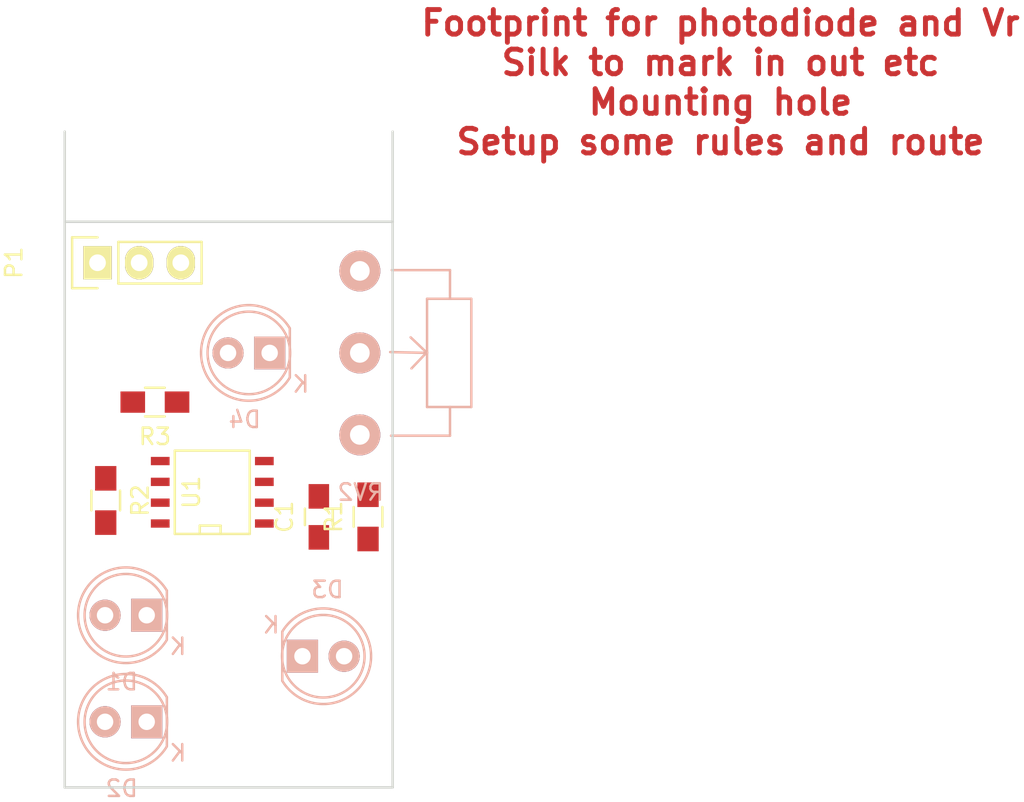
<source format=kicad_pcb>
(kicad_pcb (version 4) (host pcbnew 4.0.4-stable)

  (general
    (links 22)
    (no_connects 22)
    (area 149.5 111 188.930393 133.55)
    (thickness 1.6)
    (drawings 5)
    (tracks 0)
    (zones 0)
    (modules 11)
    (nets 9)
  )

  (page A4)
  (layers
    (0 F.Cu signal)
    (31 B.Cu signal)
    (32 B.Adhes user)
    (33 F.Adhes user)
    (34 B.Paste user)
    (35 F.Paste user)
    (36 B.SilkS user)
    (37 F.SilkS user)
    (38 B.Mask user)
    (39 F.Mask user)
    (40 Dwgs.User user)
    (41 Cmts.User user)
    (42 Eco1.User user)
    (43 Eco2.User user)
    (44 Edge.Cuts user)
    (45 Margin user)
    (46 B.CrtYd user)
    (47 F.CrtYd user)
    (48 B.Fab user)
    (49 F.Fab user)
  )

  (setup
    (last_trace_width 0.25)
    (trace_clearance 0.2)
    (zone_clearance 0.508)
    (zone_45_only no)
    (trace_min 0.2)
    (segment_width 0.2)
    (edge_width 0.15)
    (via_size 0.6)
    (via_drill 0.4)
    (via_min_size 0.4)
    (via_min_drill 0.3)
    (uvia_size 0.3)
    (uvia_drill 0.1)
    (uvias_allowed no)
    (uvia_min_size 0.2)
    (uvia_min_drill 0.1)
    (pcb_text_width 0.3)
    (pcb_text_size 1.5 1.5)
    (mod_edge_width 0.15)
    (mod_text_size 1 1)
    (mod_text_width 0.15)
    (pad_size 1.524 1.524)
    (pad_drill 0.762)
    (pad_to_mask_clearance 0.2)
    (aux_axis_origin 0 0)
    (visible_elements 7FFFEFFF)
    (pcbplotparams
      (layerselection 0x00030_80000001)
      (usegerberextensions false)
      (excludeedgelayer true)
      (linewidth 0.100000)
      (plotframeref false)
      (viasonmask false)
      (mode 1)
      (useauxorigin false)
      (hpglpennumber 1)
      (hpglpenspeed 20)
      (hpglpendiameter 15)
      (hpglpenoverlay 2)
      (psnegative false)
      (psa4output false)
      (plotreference true)
      (plotvalue true)
      (plotinvisibletext false)
      (padsonsilk false)
      (subtractmaskfromsilk false)
      (outputformat 1)
      (mirror false)
      (drillshape 1)
      (scaleselection 1)
      (outputdirectory ""))
  )

  (net 0 "")
  (net 1 "Net-(C1-Pad1)")
  (net 2 "Net-(C1-Pad2)")
  (net 3 "Net-(D1-Pad1)")
  (net 4 +3V3)
  (net 5 GND)
  (net 6 "Net-(D4-Pad2)")
  (net 7 "Net-(P1-Pad2)")
  (net 8 "Net-(RV2-Pad2)")

  (net_class Default "This is the default net class."
    (clearance 0.2)
    (trace_width 0.25)
    (via_dia 0.6)
    (via_drill 0.4)
    (uvia_dia 0.3)
    (uvia_drill 0.1)
    (add_net +3V3)
    (add_net GND)
    (add_net "Net-(C1-Pad1)")
    (add_net "Net-(C1-Pad2)")
    (add_net "Net-(D1-Pad1)")
    (add_net "Net-(D4-Pad2)")
    (add_net "Net-(P1-Pad2)")
    (add_net "Net-(RV2-Pad2)")
  )

  (module Capacitors_SMD:C_0805_HandSoldering (layer F.Cu) (tedit 541A9B8D) (tstamp 57FA7F45)
    (at 99.5 117.5 90)
    (descr "Capacitor SMD 0805, hand soldering")
    (tags "capacitor 0805")
    (path /57F9FDB2)
    (attr smd)
    (fp_text reference C1 (at 0 -2.1 90) (layer F.SilkS)
      (effects (font (size 1 1) (thickness 0.15)))
    )
    (fp_text value 10n (at 0 2.1 90) (layer F.Fab)
      (effects (font (size 1 1) (thickness 0.15)))
    )
    (fp_line (start -1 0.625) (end -1 -0.625) (layer F.Fab) (width 0.15))
    (fp_line (start 1 0.625) (end -1 0.625) (layer F.Fab) (width 0.15))
    (fp_line (start 1 -0.625) (end 1 0.625) (layer F.Fab) (width 0.15))
    (fp_line (start -1 -0.625) (end 1 -0.625) (layer F.Fab) (width 0.15))
    (fp_line (start -2.3 -1) (end 2.3 -1) (layer F.CrtYd) (width 0.05))
    (fp_line (start -2.3 1) (end 2.3 1) (layer F.CrtYd) (width 0.05))
    (fp_line (start -2.3 -1) (end -2.3 1) (layer F.CrtYd) (width 0.05))
    (fp_line (start 2.3 -1) (end 2.3 1) (layer F.CrtYd) (width 0.05))
    (fp_line (start 0.5 -0.85) (end -0.5 -0.85) (layer F.SilkS) (width 0.15))
    (fp_line (start -0.5 0.85) (end 0.5 0.85) (layer F.SilkS) (width 0.15))
    (pad 1 smd rect (at -1.25 0 90) (size 1.5 1.25) (layers F.Cu F.Paste F.Mask)
      (net 1 "Net-(C1-Pad1)"))
    (pad 2 smd rect (at 1.25 0 90) (size 1.5 1.25) (layers F.Cu F.Paste F.Mask)
      (net 2 "Net-(C1-Pad2)"))
    (model Capacitors_SMD.3dshapes/C_0805_HandSoldering.wrl
      (at (xyz 0 0 0))
      (scale (xyz 1 1 1))
      (rotate (xyz 0 0 0))
    )
  )

  (module LEDs:LED-5MM (layer B.Cu) (tedit 5570F7EA) (tstamp 57FA7F4B)
    (at 89 123.5 180)
    (descr "LED 5mm round vertical")
    (tags "LED 5mm round vertical")
    (path /57F8EDCE)
    (fp_text reference D1 (at 1.524 -4.064 180) (layer B.SilkS)
      (effects (font (size 1 1) (thickness 0.15)) (justify mirror))
    )
    (fp_text value LED (at 1.524 3.937 180) (layer B.Fab)
      (effects (font (size 1 1) (thickness 0.15)) (justify mirror))
    )
    (fp_line (start -1.5 1.55) (end -1.5 -1.55) (layer B.CrtYd) (width 0.05))
    (fp_arc (start 1.3 0) (end -1.5 -1.55) (angle 302) (layer B.CrtYd) (width 0.05))
    (fp_arc (start 1.27 0) (end -1.23 1.5) (angle -297.5) (layer B.SilkS) (width 0.15))
    (fp_line (start -1.23 -1.5) (end -1.23 1.5) (layer B.SilkS) (width 0.15))
    (fp_circle (center 1.27 0) (end 0.97 2.5) (layer B.SilkS) (width 0.15))
    (fp_text user K (at -1.905 -1.905 180) (layer B.SilkS)
      (effects (font (size 1 1) (thickness 0.15)) (justify mirror))
    )
    (pad 1 thru_hole rect (at 0 0 90) (size 2 1.9) (drill 1.00076) (layers *.Cu *.Mask B.SilkS)
      (net 3 "Net-(D1-Pad1)"))
    (pad 2 thru_hole circle (at 2.54 0 180) (size 1.9 1.9) (drill 1.00076) (layers *.Cu *.Mask B.SilkS)
      (net 4 +3V3))
    (model LEDs.3dshapes/LED-5MM.wrl
      (at (xyz 0.05 0 0))
      (scale (xyz 1 1 1))
      (rotate (xyz 0 0 90))
    )
  )

  (module LEDs:LED-5MM (layer B.Cu) (tedit 5570F7EA) (tstamp 57FA7F51)
    (at 89 130 180)
    (descr "LED 5mm round vertical")
    (tags "LED 5mm round vertical")
    (path /57F8EE49)
    (fp_text reference D2 (at 1.524 -4.064 180) (layer B.SilkS)
      (effects (font (size 1 1) (thickness 0.15)) (justify mirror))
    )
    (fp_text value LED (at 1.524 3.937 180) (layer B.Fab)
      (effects (font (size 1 1) (thickness 0.15)) (justify mirror))
    )
    (fp_line (start -1.5 1.55) (end -1.5 -1.55) (layer B.CrtYd) (width 0.05))
    (fp_arc (start 1.3 0) (end -1.5 -1.55) (angle 302) (layer B.CrtYd) (width 0.05))
    (fp_arc (start 1.27 0) (end -1.23 1.5) (angle -297.5) (layer B.SilkS) (width 0.15))
    (fp_line (start -1.23 -1.5) (end -1.23 1.5) (layer B.SilkS) (width 0.15))
    (fp_circle (center 1.27 0) (end 0.97 2.5) (layer B.SilkS) (width 0.15))
    (fp_text user K (at -1.905 -1.905 180) (layer B.SilkS)
      (effects (font (size 1 1) (thickness 0.15)) (justify mirror))
    )
    (pad 1 thru_hole rect (at 0 0 90) (size 2 1.9) (drill 1.00076) (layers *.Cu *.Mask B.SilkS)
      (net 5 GND))
    (pad 2 thru_hole circle (at 2.54 0 180) (size 1.9 1.9) (drill 1.00076) (layers *.Cu *.Mask B.SilkS)
      (net 3 "Net-(D1-Pad1)"))
    (model LEDs.3dshapes/LED-5MM.wrl
      (at (xyz 0.05 0 0))
      (scale (xyz 1 1 1))
      (rotate (xyz 0 0 90))
    )
  )

  (module LEDs:LED-5MM (layer B.Cu) (tedit 5570F7EA) (tstamp 57FA7F57)
    (at 98.5 126)
    (descr "LED 5mm round vertical")
    (tags "LED 5mm round vertical")
    (path /57F91048)
    (fp_text reference D3 (at 1.524 -4.064) (layer B.SilkS)
      (effects (font (size 1 1) (thickness 0.15)) (justify mirror))
    )
    (fp_text value LED (at 1.524 3.937) (layer B.Fab)
      (effects (font (size 1 1) (thickness 0.15)) (justify mirror))
    )
    (fp_line (start -1.5 1.55) (end -1.5 -1.55) (layer B.CrtYd) (width 0.05))
    (fp_arc (start 1.3 0) (end -1.5 -1.55) (angle 302) (layer B.CrtYd) (width 0.05))
    (fp_arc (start 1.27 0) (end -1.23 1.5) (angle -297.5) (layer B.SilkS) (width 0.15))
    (fp_line (start -1.23 -1.5) (end -1.23 1.5) (layer B.SilkS) (width 0.15))
    (fp_circle (center 1.27 0) (end 0.97 2.5) (layer B.SilkS) (width 0.15))
    (fp_text user K (at -1.905 -1.905) (layer B.SilkS)
      (effects (font (size 1 1) (thickness 0.15)) (justify mirror))
    )
    (pad 1 thru_hole rect (at 0 0 270) (size 2 1.9) (drill 1.00076) (layers *.Cu *.Mask B.SilkS)
      (net 2 "Net-(C1-Pad2)"))
    (pad 2 thru_hole circle (at 2.54 0) (size 1.9 1.9) (drill 1.00076) (layers *.Cu *.Mask B.SilkS)
      (net 5 GND))
    (model LEDs.3dshapes/LED-5MM.wrl
      (at (xyz 0.05 0 0))
      (scale (xyz 1 1 1))
      (rotate (xyz 0 0 90))
    )
  )

  (module LEDs:LED-5MM (layer B.Cu) (tedit 5570F7EA) (tstamp 57FA7F5D)
    (at 96.5 107.5 180)
    (descr "LED 5mm round vertical")
    (tags "LED 5mm round vertical")
    (path /57FA69F8)
    (fp_text reference D4 (at 1.524 -4.064 180) (layer B.SilkS)
      (effects (font (size 1 1) (thickness 0.15)) (justify mirror))
    )
    (fp_text value LED (at 1.524 3.937 180) (layer B.Fab)
      (effects (font (size 1 1) (thickness 0.15)) (justify mirror))
    )
    (fp_line (start -1.5 1.55) (end -1.5 -1.55) (layer B.CrtYd) (width 0.05))
    (fp_arc (start 1.3 0) (end -1.5 -1.55) (angle 302) (layer B.CrtYd) (width 0.05))
    (fp_arc (start 1.27 0) (end -1.23 1.5) (angle -297.5) (layer B.SilkS) (width 0.15))
    (fp_line (start -1.23 -1.5) (end -1.23 1.5) (layer B.SilkS) (width 0.15))
    (fp_circle (center 1.27 0) (end 0.97 2.5) (layer B.SilkS) (width 0.15))
    (fp_text user K (at -1.905 -1.905 180) (layer B.SilkS)
      (effects (font (size 1 1) (thickness 0.15)) (justify mirror))
    )
    (pad 1 thru_hole rect (at 0 0 90) (size 2 1.9) (drill 1.00076) (layers *.Cu *.Mask B.SilkS)
      (net 5 GND))
    (pad 2 thru_hole circle (at 2.54 0 180) (size 1.9 1.9) (drill 1.00076) (layers *.Cu *.Mask B.SilkS)
      (net 6 "Net-(D4-Pad2)"))
    (model LEDs.3dshapes/LED-5MM.wrl
      (at (xyz 0.05 0 0))
      (scale (xyz 1 1 1))
      (rotate (xyz 0 0 90))
    )
  )

  (module Pin_Headers:Pin_Header_Straight_1x03 (layer F.Cu) (tedit 0) (tstamp 57FA7F64)
    (at 86 102 90)
    (descr "Through hole pin header")
    (tags "pin header")
    (path /57FA7DA4)
    (fp_text reference P1 (at 0 -5.1 90) (layer F.SilkS)
      (effects (font (size 1 1) (thickness 0.15)))
    )
    (fp_text value CONN_01X03 (at 0 -3.1 90) (layer F.Fab)
      (effects (font (size 1 1) (thickness 0.15)))
    )
    (fp_line (start -1.75 -1.75) (end -1.75 6.85) (layer F.CrtYd) (width 0.05))
    (fp_line (start 1.75 -1.75) (end 1.75 6.85) (layer F.CrtYd) (width 0.05))
    (fp_line (start -1.75 -1.75) (end 1.75 -1.75) (layer F.CrtYd) (width 0.05))
    (fp_line (start -1.75 6.85) (end 1.75 6.85) (layer F.CrtYd) (width 0.05))
    (fp_line (start -1.27 1.27) (end -1.27 6.35) (layer F.SilkS) (width 0.15))
    (fp_line (start -1.27 6.35) (end 1.27 6.35) (layer F.SilkS) (width 0.15))
    (fp_line (start 1.27 6.35) (end 1.27 1.27) (layer F.SilkS) (width 0.15))
    (fp_line (start 1.55 -1.55) (end 1.55 0) (layer F.SilkS) (width 0.15))
    (fp_line (start 1.27 1.27) (end -1.27 1.27) (layer F.SilkS) (width 0.15))
    (fp_line (start -1.55 0) (end -1.55 -1.55) (layer F.SilkS) (width 0.15))
    (fp_line (start -1.55 -1.55) (end 1.55 -1.55) (layer F.SilkS) (width 0.15))
    (pad 1 thru_hole rect (at 0 0 90) (size 2.032 1.7272) (drill 1.016) (layers *.Cu *.Mask F.SilkS)
      (net 4 +3V3))
    (pad 2 thru_hole oval (at 0 2.54 90) (size 2.032 1.7272) (drill 1.016) (layers *.Cu *.Mask F.SilkS)
      (net 7 "Net-(P1-Pad2)"))
    (pad 3 thru_hole oval (at 0 5.08 90) (size 2.032 1.7272) (drill 1.016) (layers *.Cu *.Mask F.SilkS)
      (net 5 GND))
    (model Pin_Headers.3dshapes/Pin_Header_Straight_1x03.wrl
      (at (xyz 0 -0.1 0))
      (scale (xyz 1 1 1))
      (rotate (xyz 0 0 90))
    )
  )

  (module Resistors_SMD:R_0805_HandSoldering (layer F.Cu) (tedit 54189DEE) (tstamp 57FA7F6A)
    (at 102.5 117.5 90)
    (descr "Resistor SMD 0805, hand soldering")
    (tags "resistor 0805")
    (path /57F8EFCD)
    (attr smd)
    (fp_text reference R1 (at 0 -2.1 90) (layer F.SilkS)
      (effects (font (size 1 1) (thickness 0.15)))
    )
    (fp_text value 100k (at 0 2.1 90) (layer F.Fab)
      (effects (font (size 1 1) (thickness 0.15)))
    )
    (fp_line (start -2.4 -1) (end 2.4 -1) (layer F.CrtYd) (width 0.05))
    (fp_line (start -2.4 1) (end 2.4 1) (layer F.CrtYd) (width 0.05))
    (fp_line (start -2.4 -1) (end -2.4 1) (layer F.CrtYd) (width 0.05))
    (fp_line (start 2.4 -1) (end 2.4 1) (layer F.CrtYd) (width 0.05))
    (fp_line (start 0.6 0.875) (end -0.6 0.875) (layer F.SilkS) (width 0.15))
    (fp_line (start -0.6 -0.875) (end 0.6 -0.875) (layer F.SilkS) (width 0.15))
    (pad 1 smd rect (at -1.35 0 90) (size 1.5 1.3) (layers F.Cu F.Paste F.Mask)
      (net 1 "Net-(C1-Pad1)"))
    (pad 2 smd rect (at 1.35 0 90) (size 1.5 1.3) (layers F.Cu F.Paste F.Mask)
      (net 2 "Net-(C1-Pad2)"))
    (model Resistors_SMD.3dshapes/R_0805_HandSoldering.wrl
      (at (xyz 0 0 0))
      (scale (xyz 1 1 1))
      (rotate (xyz 0 0 0))
    )
  )

  (module Resistors_SMD:R_0805_HandSoldering (layer F.Cu) (tedit 54189DEE) (tstamp 57FA7F70)
    (at 86.5 116.5 270)
    (descr "Resistor SMD 0805, hand soldering")
    (tags "resistor 0805")
    (path /57FA7AC0)
    (attr smd)
    (fp_text reference R2 (at 0 -2.1 270) (layer F.SilkS)
      (effects (font (size 1 1) (thickness 0.15)))
    )
    (fp_text value 100K (at 0 2.1 270) (layer F.Fab)
      (effects (font (size 1 1) (thickness 0.15)))
    )
    (fp_line (start -2.4 -1) (end 2.4 -1) (layer F.CrtYd) (width 0.05))
    (fp_line (start -2.4 1) (end 2.4 1) (layer F.CrtYd) (width 0.05))
    (fp_line (start -2.4 -1) (end -2.4 1) (layer F.CrtYd) (width 0.05))
    (fp_line (start 2.4 -1) (end 2.4 1) (layer F.CrtYd) (width 0.05))
    (fp_line (start 0.6 0.875) (end -0.6 0.875) (layer F.SilkS) (width 0.15))
    (fp_line (start -0.6 -0.875) (end 0.6 -0.875) (layer F.SilkS) (width 0.15))
    (pad 1 smd rect (at -1.35 0 270) (size 1.5 1.3) (layers F.Cu F.Paste F.Mask)
      (net 7 "Net-(P1-Pad2)"))
    (pad 2 smd rect (at 1.35 0 270) (size 1.5 1.3) (layers F.Cu F.Paste F.Mask)
      (net 4 +3V3))
    (model Resistors_SMD.3dshapes/R_0805_HandSoldering.wrl
      (at (xyz 0 0 0))
      (scale (xyz 1 1 1))
      (rotate (xyz 0 0 0))
    )
  )

  (module Resistors_SMD:R_0805_HandSoldering (layer F.Cu) (tedit 54189DEE) (tstamp 57FA7F76)
    (at 89.5 110.5 180)
    (descr "Resistor SMD 0805, hand soldering")
    (tags "resistor 0805")
    (path /57FA6A5F)
    (attr smd)
    (fp_text reference R3 (at 0 -2.1 180) (layer F.SilkS)
      (effects (font (size 1 1) (thickness 0.15)))
    )
    (fp_text value 220R (at 0 2.1 180) (layer F.Fab)
      (effects (font (size 1 1) (thickness 0.15)))
    )
    (fp_line (start -2.4 -1) (end 2.4 -1) (layer F.CrtYd) (width 0.05))
    (fp_line (start -2.4 1) (end 2.4 1) (layer F.CrtYd) (width 0.05))
    (fp_line (start -2.4 -1) (end -2.4 1) (layer F.CrtYd) (width 0.05))
    (fp_line (start 2.4 -1) (end 2.4 1) (layer F.CrtYd) (width 0.05))
    (fp_line (start 0.6 0.875) (end -0.6 0.875) (layer F.SilkS) (width 0.15))
    (fp_line (start -0.6 -0.875) (end 0.6 -0.875) (layer F.SilkS) (width 0.15))
    (pad 1 smd rect (at -1.35 0 180) (size 1.5 1.3) (layers F.Cu F.Paste F.Mask)
      (net 6 "Net-(D4-Pad2)"))
    (pad 2 smd rect (at 1.35 0 180) (size 1.5 1.3) (layers F.Cu F.Paste F.Mask)
      (net 7 "Net-(P1-Pad2)"))
    (model Resistors_SMD.3dshapes/R_0805_HandSoldering.wrl
      (at (xyz 0 0 0))
      (scale (xyz 1 1 1))
      (rotate (xyz 0 0 0))
    )
  )

  (module Potentiometers:Potentiometer_WirePads_largePads (layer B.Cu) (tedit 5446FD75) (tstamp 57FA7F7D)
    (at 102 112.5)
    (descr "Potentiometer, Wire Pads only, RevA, 30 July 2010,")
    (tags "Potentiometer, Wire Pads only, RevA, 30 July 2010,")
    (path /57FA6825)
    (fp_text reference RV2 (at 0.0508 3.49758) (layer B.SilkS)
      (effects (font (size 1 1) (thickness 0.15)) (justify mirror))
    )
    (fp_text value POT (at -1.34874 -13.25118) (layer B.Fab)
      (effects (font (size 1 1) (thickness 0.15)) (justify mirror))
    )
    (fp_line (start 5.4991 -10.05078) (end 1.95072 -10.05078) (layer B.SilkS) (width 0.15))
    (fp_line (start 5.4991 -8.30072) (end 5.4991 -10.05078) (layer B.SilkS) (width 0.15))
    (fp_line (start 5.4991 -1.7018) (end 5.4991 0.04826) (layer B.SilkS) (width 0.15))
    (fp_line (start 5.4991 0.04826) (end 1.89992 0.04826) (layer B.SilkS) (width 0.15))
    (fp_line (start 4.09956 -5.00126) (end 1.84912 -5.05206) (layer B.SilkS) (width 0.15))
    (fp_line (start 4.09956 -5.00126) (end 3.0988 -5.95122) (layer B.SilkS) (width 0.15))
    (fp_line (start 4.09956 -5.05206) (end 3.1496 -4.0513) (layer B.SilkS) (width 0.15))
    (fp_line (start 4.09956 -1.7018) (end 6.79958 -1.7018) (layer B.SilkS) (width 0.15))
    (fp_line (start 6.79958 -1.7018) (end 6.79958 -8.30072) (layer B.SilkS) (width 0.15))
    (fp_line (start 6.79958 -8.30072) (end 4.09956 -8.30072) (layer B.SilkS) (width 0.15))
    (fp_line (start 4.09956 -8.30072) (end 4.09956 -1.7018) (layer B.SilkS) (width 0.15))
    (pad 2 thru_hole circle (at 0 -5.00126) (size 2.49936 2.49936) (drill 1.19888) (layers *.Cu *.Mask B.SilkS)
      (net 8 "Net-(RV2-Pad2)"))
    (pad 3 thru_hole circle (at 0 -10.00252) (size 2.49936 2.49936) (drill 1.19888) (layers *.Cu *.Mask B.SilkS)
      (net 5 GND))
    (pad 1 thru_hole circle (at 0 0) (size 2.49936 2.49936) (drill 1.19888) (layers *.Cu *.Mask B.SilkS)
      (net 4 +3V3))
  )

  (module SMD_Packages:SOIC-8-N (layer F.Cu) (tedit 0) (tstamp 57FA7F89)
    (at 93 116 90)
    (descr "Module Narrow CMS SOJ 8 pins large")
    (tags "CMS SOJ")
    (path /57F8ED12)
    (attr smd)
    (fp_text reference U1 (at 0 -1.27 90) (layer F.SilkS)
      (effects (font (size 1 1) (thickness 0.15)))
    )
    (fp_text value MCP6002 (at 0 1.27 90) (layer F.Fab)
      (effects (font (size 1 1) (thickness 0.15)))
    )
    (fp_line (start -2.54 -2.286) (end 2.54 -2.286) (layer F.SilkS) (width 0.15))
    (fp_line (start 2.54 -2.286) (end 2.54 2.286) (layer F.SilkS) (width 0.15))
    (fp_line (start 2.54 2.286) (end -2.54 2.286) (layer F.SilkS) (width 0.15))
    (fp_line (start -2.54 2.286) (end -2.54 -2.286) (layer F.SilkS) (width 0.15))
    (fp_line (start -2.54 -0.762) (end -2.032 -0.762) (layer F.SilkS) (width 0.15))
    (fp_line (start -2.032 -0.762) (end -2.032 0.508) (layer F.SilkS) (width 0.15))
    (fp_line (start -2.032 0.508) (end -2.54 0.508) (layer F.SilkS) (width 0.15))
    (pad 8 smd rect (at -1.905 -3.175 90) (size 0.508 1.143) (layers F.Cu F.Paste F.Mask)
      (net 4 +3V3))
    (pad 7 smd rect (at -0.635 -3.175 90) (size 0.508 1.143) (layers F.Cu F.Paste F.Mask)
      (net 7 "Net-(P1-Pad2)"))
    (pad 6 smd rect (at 0.635 -3.175 90) (size 0.508 1.143) (layers F.Cu F.Paste F.Mask)
      (net 8 "Net-(RV2-Pad2)"))
    (pad 5 smd rect (at 1.905 -3.175 90) (size 0.508 1.143) (layers F.Cu F.Paste F.Mask)
      (net 1 "Net-(C1-Pad1)"))
    (pad 4 smd rect (at 1.905 3.175 90) (size 0.508 1.143) (layers F.Cu F.Paste F.Mask)
      (net 5 GND))
    (pad 3 smd rect (at 0.635 3.175 90) (size 0.508 1.143) (layers F.Cu F.Paste F.Mask)
      (net 5 GND))
    (pad 2 smd rect (at -0.635 3.175 90) (size 0.508 1.143) (layers F.Cu F.Paste F.Mask)
      (net 2 "Net-(C1-Pad2)"))
    (pad 1 smd rect (at -1.905 3.175 90) (size 0.508 1.143) (layers F.Cu F.Paste F.Mask)
      (net 1 "Net-(C1-Pad1)"))
    (model SMD_Packages.3dshapes/SOIC-8-N.wrl
      (at (xyz 0 0 0))
      (scale (xyz 0.5 0.38 0.5))
      (rotate (xyz 0 0 0))
    )
  )

  (gr_text "Footprint for photodiode and Vr\nSilk to mark in out etc\nMounting hole\nSetup some rules and route" (at 124 91) (layer F.Cu)
    (effects (font (size 1.5 1.5) (thickness 0.3)))
  )
  (gr_line (start 84 134) (end 84 94) (angle 90) (layer Edge.Cuts) (width 0.15))
  (gr_line (start 104 134) (end 84 134) (angle 90) (layer Edge.Cuts) (width 0.15))
  (gr_line (start 104 94) (end 104 134) (angle 90) (layer Edge.Cuts) (width 0.15))
  (gr_line (start 84 99.5) (end 104 99.5) (angle 90) (layer Edge.Cuts) (width 0.15))

)

</source>
